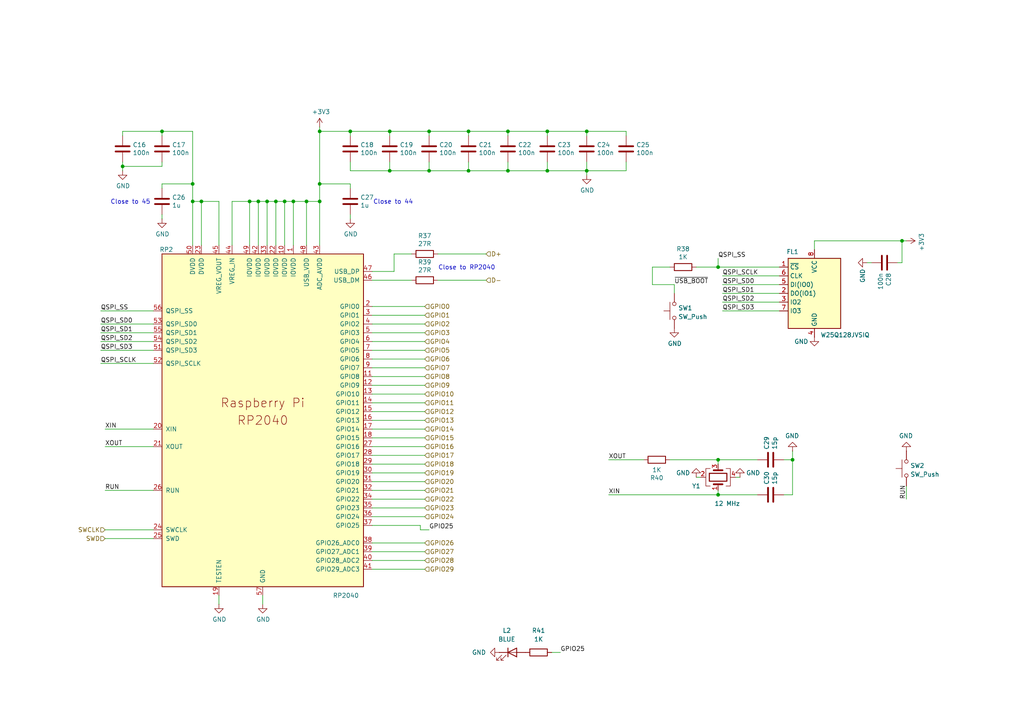
<source format=kicad_sch>
(kicad_sch (version 20250114) (generator "eeschema") (generator_version "9.0")
  (paper "A4")
  (title_block (title "MiniFRANK") (date "2025-01-14") (rev "2.0") (company "Mikhail Matveev") (comment 1 "https://github.com/xtremespb/frank"))
  (lib_symbols
    (symbol "+3V3_1" (power) (pin_numbers (hide yes)) (pin_names (offset 0) (hide yes))
      (property "Value" "+3V3" (at 0 3.556 0))
      (symbol "+3V3_1_0_1"
        (polyline (pts (xy -0.762 1.27) (xy 0 2.54)))
        (polyline (pts (xy 0 2.54) (xy 0.762 1.27)))
        (polyline (pts (xy 0 0) (xy 0 2.54)))
      )
      (symbol "+3V3_1_1_1"
        (pin power_in line (at 0 0 90) (length 0) (name "~") (number "1"))
      )
    )
    (symbol "Device:C" (pin_numbers (hide yes)) (pin_names (offset 0.254))
      (property "Reference" "C" (at 0.635 2.54 0))
      (property "Value" "C" (at 0.635 -2.54 0))
      (symbol "C_0_1"
        (polyline (pts (xy -2.032 0.762) (xy 2.032 0.762)) (stroke (width 0.508)))
        (polyline (pts (xy -2.032 -0.762) (xy 2.032 -0.762)) (stroke (width 0.508)))
      )
      (symbol "C_1_1"
        (pin passive line (at 0 3.81 270) (length 2.794) (name "~") (number "1"))
        (pin passive line (at 0 -3.81 90) (length 2.794) (name "~") (number "2"))
      )
    )
    (symbol "Device:Crystal_GND24" (pin_names (offset 1.016) (hide yes))
      (property "Reference" "Y" (at 3.175 5.08 0))
      (property "Value" "Crystal_GND24" (at 3.175 3.175 0))
      (symbol "Crystal_GND24_0_1"
        (polyline (pts (xy -2.54 2.286) (xy -2.54 3.556) (xy 2.54 3.556) (xy 2.54 2.286)))
        (polyline (pts (xy -2.54 0) (xy -2.032 0)))
        (polyline (pts (xy -2.54 -2.286) (xy -2.54 -3.556) (xy 2.54 -3.556) (xy 2.54 -2.286)))
        (polyline (pts (xy -2.032 -1.27) (xy -2.032 1.27)) (stroke (width 0.508)))
        (rectangle (start -1.143 2.54) (end 1.143 -2.54) (stroke (width 0.3048)))
        (polyline (pts (xy 0 3.556) (xy 0 3.81)))
        (polyline (pts (xy 0 -3.81) (xy 0 -3.556)))
        (polyline (pts (xy 2.032 0) (xy 2.54 0)))
        (polyline (pts (xy 2.032 -1.27) (xy 2.032 1.27)) (stroke (width 0.508)))
      )
      (symbol "Crystal_GND24_1_1"
        (pin passive line (at -3.81 0 0) (length 1.27) (name "1") (number "1"))
        (pin passive line (at 0 5.08 270) (length 1.27) (name "2") (number "2"))
        (pin passive line (at 0 -5.08 90) (length 1.27) (name "4") (number "4"))
        (pin passive line (at 3.81 0 180) (length 1.27) (name "3") (number "3"))
      )
    )
    (symbol "Device:LED" (pin_numbers (hide yes)) (pin_names (offset 1.016) (hide yes))
      (property "Reference" "D" (at 0 2.54 0))
      (property "Value" "LED" (at 0 -2.54 0))
      (symbol "LED_0_1"
        (polyline (pts (xy -3.048 -0.762) (xy -4.572 -2.286) (xy -3.81 -2.286) (xy -4.572 -2.286) (xy -4.572 -1.524)))
        (polyline (pts (xy -1.778 -0.762) (xy -3.302 -2.286) (xy -2.54 -2.286) (xy -3.302 -2.286) (xy -3.302 -1.524)))
        (polyline (pts (xy -1.27 0) (xy 1.27 0)))
        (polyline (pts (xy -1.27 -1.27) (xy -1.27 1.27)) (stroke (width 0.254)))
        (polyline (pts (xy 1.27 -1.27) (xy 1.27 1.27) (xy -1.27 0) (xy 1.27 -1.27)) (stroke (width 0.254)))
      )
      (symbol "LED_1_1"
        (pin passive line (at -3.81 0 0) (length 2.54) (name "K") (number "1"))
        (pin passive line (at 3.81 0 180) (length 2.54) (name "A") (number "2"))
      )
    )
    (symbol "Device:R" (pin_numbers (hide yes)) (pin_names (offset 0))
      (property "Reference" "R" (at 2.032 0 90))
      (property "Value" "R" (at 0 0 90))
      (symbol "R_0_1"
        (rectangle (start -1.016 -2.54) (end 1.016 2.54) (stroke (width 0.254)))
      )
      (symbol "R_1_1"
        (pin passive line (at 0 3.81 270) (length 1.27) (name "~") (number "1"))
        (pin passive line (at 0 -3.81 90) (length 1.27) (name "~") (number "2"))
      )
    )
    (symbol "FRANK:Flash_W25Q128JVS"
      (property "Reference" "FL1" (at -6.35 12.065 0))
      (property "Value" "W25Q128JVSIQ" (at 8.89 -12.065 0))
      (symbol "Flash_W25Q128JVS_0_1"
        (rectangle (start -7.62 10.16) (end 7.62 -10.16) (stroke (width 0.254)) (fill (type background)))
      )
      (symbol "Flash_W25Q128JVS_1_1"
        (pin input line (at -10.16 7.62 0) (length 2.54) (name "~{CS}") (number "1"))
        (pin input line (at -10.16 5.08 0) (length 2.54) (name "CLK") (number "6"))
        (pin bidirectional line (at -10.16 2.54 0) (length 2.54) (name "DI(IO0)") (number "5"))
        (pin bidirectional line (at -10.16 0 0) (length 2.54) (name "DO(IO1)") (number "2"))
        (pin bidirectional line (at -10.16 -2.54 0) (length 2.54) (name "IO2") (number "3"))
        (pin bidirectional line (at -10.16 -5.08 0) (length 2.54) (name "IO3") (number "7"))
        (pin power_in line (at 0 12.7 270) (length 2.54) (name "VCC") (number "8"))
        (pin power_in line (at 0 -12.7 90) (length 2.54) (name "GND") (number "4"))
      )
    )
    (symbol "FRANK:RP2040" (pin_names (offset 1.016))
      (property "Reference" "RP1" (at -27.94 49.53 0))
      (property "Value" "RP2040" (at 24.13 -50.8 0))
      (symbol "RP2040_0_0"
        (text "Raspberry Pi" (at 0 5.08 0) (effects (font (size 2.54 2.54))))
        (text "RP2040" (at 0 0 0) (effects (font (size 2.54 2.54))))
      )
      (symbol "RP2040_0_1"
        (rectangle (start 29.21 48.26) (end -29.21 -48.26) (stroke (width 0.254)) (fill (type background)))
      )
      (symbol "RP2040_1_1"
        (pin bidirectional line (at -31.75 31.75 0) (length 2.54) (name "QSPI_SS") (number "56"))
        (pin bidirectional line (at -31.75 27.94 0) (length 2.54) (name "QSPI_SD0") (number "53"))
        (pin bidirectional line (at -31.75 25.4 0) (length 2.54) (name "QSPI_SD1") (number "55"))
        (pin bidirectional line (at -31.75 22.86 0) (length 2.54) (name "QSPI_SD2") (number "54"))
        (pin bidirectional line (at -31.75 20.32 0) (length 2.54) (name "QSPI_SD3") (number "51"))
        (pin output line (at -31.75 16.51 0) (length 2.54) (name "QSPI_SCLK") (number "52"))
        (pin input line (at -31.75 -2.54 0) (length 2.54) (name "XIN") (number "20"))
        (pin passive line (at -31.75 -7.62 0) (length 2.54) (name "XOUT") (number "21"))
        (pin input line (at -31.75 -20.32 0) (length 2.54) (name "RUN") (number "26"))
        (pin output line (at -31.75 -31.75 0) (length 2.54) (name "SWCLK") (number "24"))
        (pin bidirectional line (at -31.75 -34.29 0) (length 2.54) (name "SWD") (number "25"))
        (pin power_in line (at -20.32 50.8 270) (length 2.54) (name "DVDD") (number "50"))
        (pin power_in line (at -17.78 50.8 270) (length 2.54) (name "DVDD") (number "23"))
        (pin power_out line (at -12.7 50.8 270) (length 2.54) (name "VREG_VOUT") (number "45"))
        (pin passive line (at -12.7 -50.8 90) (length 2.54) (name "TESTEN") (number "19"))
        (pin power_in line (at -8.89 50.8 270) (length 2.54) (name "VREG_IN") (number "44"))
        (pin power_in line (at -3.81 50.8 270) (length 2.54) (name "IOVDD") (number "49"))
        (pin power_in line (at -1.27 50.8 270) (length 2.54) (name "IOVDD") (number "42"))
        (pin power_in line (at 0 -50.8 90) (length 2.54) (name "GND") (number "57"))
        (pin power_in line (at 1.27 50.8 270) (length 2.54) (name "IOVDD") (number "33"))
        (pin power_in line (at 3.81 50.8 270) (length 2.54) (name "IOVDD") (number "22"))
        (pin power_in line (at 6.35 50.8 270) (length 2.54) (name "IOVDD") (number "10"))
        (pin power_in line (at 8.89 50.8 270) (length 2.54) (name "IOVDD") (number "1"))
        (pin power_in line (at 12.7 50.8 270) (length 2.54) (name "USB_VDD") (number "48"))
        (pin power_in line (at 16.51 50.8 270) (length 2.54) (name "ADC_AVDD") (number "43"))
        (pin bidirectional line (at 31.75 43.18 180) (length 2.54) (name "USB_DP") (number "47"))
        (pin bidirectional line (at 31.75 40.64 180) (length 2.54) (name "USB_DM") (number "46"))
        (pin bidirectional line (at 31.75 33.02 180) (length 2.54) (name "GPIO0") (number "2"))
        (pin bidirectional line (at 31.75 30.48 180) (length 2.54) (name "GPIO1") (number "3"))
        (pin bidirectional line (at 31.75 27.94 180) (length 2.54) (name "GPIO2") (number "4"))
        (pin bidirectional line (at 31.75 25.4 180) (length 2.54) (name "GPIO3") (number "5"))
        (pin bidirectional line (at 31.75 22.86 180) (length 2.54) (name "GPIO4") (number "6"))
        (pin bidirectional line (at 31.75 20.32 180) (length 2.54) (name "GPIO5") (number "7"))
        (pin bidirectional line (at 31.75 17.78 180) (length 2.54) (name "GPIO6") (number "8"))
        (pin bidirectional line (at 31.75 15.24 180) (length 2.54) (name "GPIO7") (number "9"))
        (pin bidirectional line (at 31.75 12.7 180) (length 2.54) (name "GPIO8") (number "11"))
        (pin bidirectional line (at 31.75 10.16 180) (length 2.54) (name "GPIO9") (number "12"))
        (pin bidirectional line (at 31.75 7.62 180) (length 2.54) (name "GPIO10") (number "13"))
        (pin bidirectional line (at 31.75 5.08 180) (length 2.54) (name "GPIO11") (number "14"))
        (pin bidirectional line (at 31.75 2.54 180) (length 2.54) (name "GPIO12") (number "15"))
        (pin bidirectional line (at 31.75 0 180) (length 2.54) (name "GPIO13") (number "16"))
        (pin bidirectional line (at 31.75 -2.54 180) (length 2.54) (name "GPIO14") (number "17"))
        (pin bidirectional line (at 31.75 -5.08 180) (length 2.54) (name "GPIO15") (number "18"))
        (pin bidirectional line (at 31.75 -7.62 180) (length 2.54) (name "GPIO16") (number "27"))
        (pin bidirectional line (at 31.75 -10.16 180) (length 2.54) (name "GPIO17") (number "28"))
        (pin bidirectional line (at 31.75 -12.7 180) (length 2.54) (name "GPIO18") (number "29"))
        (pin bidirectional line (at 31.75 -15.24 180) (length 2.54) (name "GPIO19") (number "30"))
        (pin bidirectional line (at 31.75 -17.78 180) (length 2.54) (name "GPIO20") (number "31"))
        (pin bidirectional line (at 31.75 -20.32 180) (length 2.54) (name "GPIO21") (number "32"))
        (pin bidirectional line (at 31.75 -22.86 180) (length 2.54) (name "GPIO22") (number "34"))
        (pin bidirectional line (at 31.75 -25.4 180) (length 2.54) (name "GPIO23") (number "35"))
        (pin bidirectional line (at 31.75 -27.94 180) (length 2.54) (name "GPIO24") (number "36"))
        (pin bidirectional line (at 31.75 -30.48 180) (length 2.54) (name "GPIO25") (number "37"))
        (pin bidirectional line (at 31.75 -35.56 180) (length 2.54) (name "GPIO26_ADC0") (number "38"))
        (pin bidirectional line (at 31.75 -38.1 180) (length 2.54) (name "GPIO27_ADC1") (number "39"))
        (pin bidirectional line (at 31.75 -40.64 180) (length 2.54) (name "GPIO28_ADC2") (number "40"))
        (pin bidirectional line (at 31.75 -43.18 180) (length 2.54) (name "GPIO29_ADC3") (number "41"))
      )
    )
    (symbol "GND_10" (power) (pin_numbers (hide yes)) (pin_names (offset 0) (hide yes))
      (property "Value" "GND" (at 0 -3.81 0))
      (symbol "GND_10_0_1"
        (polyline (pts (xy 0 0) (xy 0 -1.27) (xy 1.27 -1.27) (xy 0 -2.54) (xy -1.27 -1.27) (xy 0 -1.27)))
      )
      (symbol "GND_10_1_1"
        (pin power_in line (at 0 0 270) (length 0) (name "~") (number "1"))
      )
    )
    (symbol "GND_11" (power) (pin_numbers (hide yes)) (pin_names (offset 0) (hide yes))
      (property "Value" "GND" (at 0 -3.81 0))
      (symbol "GND_11_0_1"
        (polyline (pts (xy 0 0) (xy 0 -1.27) (xy 1.27 -1.27) (xy 0 -2.54) (xy -1.27 -1.27) (xy 0 -1.27)))
      )
      (symbol "GND_11_1_1"
        (pin power_in line (at 0 0 270) (length 0) (name "~") (number "1"))
      )
    )
    (symbol "GND_12" (power) (pin_numbers (hide yes)) (pin_names (offset 0) (hide yes))
      (property "Value" "GND" (at 0 -3.81 0))
      (symbol "GND_12_0_1"
        (polyline (pts (xy 0 0) (xy 0 -1.27) (xy 1.27 -1.27) (xy 0 -2.54) (xy -1.27 -1.27) (xy 0 -1.27)))
      )
      (symbol "GND_12_1_1"
        (pin power_in line (at 0 0 270) (length 0) (name "~") (number "1"))
      )
    )
    (symbol "GND_2" (power) (pin_numbers (hide yes)) (pin_names (offset 0) (hide yes))
      (property "Value" "GND" (at 0 -3.81 0))
      (symbol "GND_2_0_1"
        (polyline (pts (xy 0 0) (xy 0 -1.27) (xy 1.27 -1.27) (xy 0 -2.54) (xy -1.27 -1.27) (xy 0 -1.27)))
      )
      (symbol "GND_2_1_1"
        (pin power_in line (at 0 0 270) (length 0) (name "~") (number "1"))
      )
    )
    (symbol "GND_3" (power) (pin_numbers (hide yes)) (pin_names (offset 0) (hide yes))
      (property "Value" "GND" (at 0 -3.81 0))
      (symbol "GND_3_0_1"
        (polyline (pts (xy 0 0) (xy 0 -1.27) (xy 1.27 -1.27) (xy 0 -2.54) (xy -1.27 -1.27) (xy 0 -1.27)))
      )
      (symbol "GND_3_1_1"
        (pin power_in line (at 0 0 270) (length 0) (name "~") (number "1"))
      )
    )
    (symbol "GND_4" (power) (pin_numbers (hide yes)) (pin_names (offset 0) (hide yes))
      (property "Value" "GND" (at 0 -3.81 0))
      (symbol "GND_4_0_1"
        (polyline (pts (xy 0 0) (xy 0 -1.27) (xy 1.27 -1.27) (xy 0 -2.54) (xy -1.27 -1.27) (xy 0 -1.27)))
      )
      (symbol "GND_4_1_1"
        (pin power_in line (at 0 0 270) (length 0) (name "~") (number "1"))
      )
    )
    (symbol "GND_5" (power) (pin_numbers (hide yes)) (pin_names (offset 0) (hide yes))
      (property "Value" "GND" (at 0 -3.81 0))
      (symbol "GND_5_0_1"
        (polyline (pts (xy 0 0) (xy 0 -1.27) (xy 1.27 -1.27) (xy 0 -2.54) (xy -1.27 -1.27) (xy 0 -1.27)))
      )
      (symbol "GND_5_1_1"
        (pin power_in line (at 0 0 270) (length 0) (name "~") (number "1"))
      )
    )
    (symbol "GND_6" (power) (pin_numbers (hide yes)) (pin_names (offset 0) (hide yes))
      (property "Value" "GND" (at 0 -3.81 0))
      (symbol "GND_6_0_1"
        (polyline (pts (xy 0 0) (xy 0 -1.27) (xy 1.27 -1.27) (xy 0 -2.54) (xy -1.27 -1.27) (xy 0 -1.27)))
      )
      (symbol "GND_6_1_1"
        (pin power_in line (at 0 0 270) (length 0) (name "~") (number "1"))
      )
    )
    (symbol "GND_7" (power) (pin_numbers (hide yes)) (pin_names (offset 0) (hide yes))
      (property "Value" "GND" (at 0 -3.81 0))
      (symbol "GND_7_0_1"
        (polyline (pts (xy 0 0) (xy 0 -1.27) (xy 1.27 -1.27) (xy 0 -2.54) (xy -1.27 -1.27) (xy 0 -1.27)))
      )
      (symbol "GND_7_1_1"
        (pin power_in line (at 0 0 270) (length 0) (name "~") (number "1"))
      )
    )
    (symbol "GND_8" (power) (pin_numbers (hide yes)) (pin_names (offset 0) (hide yes))
      (property "Value" "GND" (at 0 -3.81 0))
      (symbol "GND_8_0_1"
        (polyline (pts (xy 0 0) (xy 0 -1.27) (xy 1.27 -1.27) (xy 0 -2.54) (xy -1.27 -1.27) (xy 0 -1.27)))
      )
      (symbol "GND_8_1_1"
        (pin power_in line (at 0 0 270) (length 0) (name "~") (number "1"))
      )
    )
    (symbol "GND_9" (power) (pin_numbers (hide yes)) (pin_names (offset 0) (hide yes))
      (property "Value" "GND" (at 0 -3.81 0))
      (symbol "GND_9_0_1"
        (polyline (pts (xy 0 0) (xy 0 -1.27) (xy 1.27 -1.27) (xy 0 -2.54) (xy -1.27 -1.27) (xy 0 -1.27)))
      )
      (symbol "GND_9_1_1"
        (pin power_in line (at 0 0 270) (length 0) (name "~") (number "1"))
      )
    )
    (symbol "Switch:SW_Push" (pin_numbers (hide yes)) (pin_names (offset 1.016) (hide yes))
      (property "Reference" "SW" (at 1.27 2.54 0))
      (property "Value" "SW_Push" (at 0 -1.524 0))
      (symbol "SW_Push_0_1"
        (circle (center -2.032 0) (radius 0.508))
        (polyline (pts (xy 0 1.27) (xy 0 3.048)))
        (circle (center 2.032 0) (radius 0.508))
        (polyline (pts (xy 2.54 1.27) (xy -2.54 1.27)))
        (pin passive line (at -5.08 0 0) (length 2.54) (name "1") (number "1"))
        (pin passive line (at 5.08 0 180) (length 2.54) (name "2") (number "2"))
      )
    )
    (symbol "power:+3V3" (power) (pin_numbers (hide yes)) (pin_names (offset 0) (hide yes))
      (property "Value" "+3V3" (at 0 3.556 0))
      (symbol "+3V3_0_1"
        (polyline (pts (xy -0.762 1.27) (xy 0 2.54)))
        (polyline (pts (xy 0 2.54) (xy 0.762 1.27)))
        (polyline (pts (xy 0 0) (xy 0 2.54)))
      )
      (symbol "+3V3_1_1"
        (pin power_in line (at 0 0 90) (length 0) (name "~") (number "1"))
      )
    )
    (symbol "power:GND" (power) (pin_numbers (hide yes)) (pin_names (offset 0) (hide yes))
      (property "Value" "GND" (at 0 -3.81 0))
      (symbol "GND_0_1"
        (polyline (pts (xy 0 0) (xy 0 -1.27) (xy 1.27 -1.27) (xy 0 -2.54) (xy -1.27 -1.27) (xy 0 -1.27)))
      )
      (symbol "GND_1_1"
        (pin power_in line (at 0 0 270) (length 0) (name "~") (number "1"))
      )
    )
  )
  (text "Close to 44" (at 114.046 58.674 0) (effects (font (size 1.27 1.27))))
  (text "Close to RP2040" (at 135.382 77.724 0) (effects (font (size 1.27 1.27))))
  (text "Close to 45" (at 37.846 58.674 0) (effects (font (size 1.27 1.27))))
  (junction (at 58.42 58.42))
  (junction (at 229.87 133.35))
  (junction (at 113.03 49.53))
  (junction (at 88.9 58.42))
  (junction (at 101.6 38.1))
  (junction (at 158.75 49.53))
  (junction (at 72.39 58.42))
  (junction (at 170.18 38.1))
  (junction (at 82.55 58.42))
  (junction (at 92.71 53.34))
  (junction (at 170.18 49.53))
  (junction (at 35.56 48.26))
  (junction (at 147.32 49.53))
  (junction (at 80.01 58.42))
  (junction (at 135.89 38.1))
  (junction (at 55.88 53.34))
  (junction (at 113.03 38.1))
  (junction (at 46.99 38.1))
  (junction (at 208.28 77.47))
  (junction (at 135.89 49.53))
  (junction (at 92.71 38.1))
  (junction (at 85.09 58.42))
  (junction (at 74.93 58.42))
  (junction (at 208.28 133.35))
  (junction (at 158.75 38.1))
  (junction (at 124.46 38.1))
  (junction (at 92.71 58.42))
  (junction (at 55.88 58.42))
  (junction (at 77.47 58.42))
  (junction (at 261.62 69.85))
  (junction (at 208.28 143.51))
  (junction (at 124.46 49.53))
  (junction (at 147.32 38.1))
  (wire (pts (xy 58.42 58.42) (xy 55.88 58.42)))
  (wire (pts (xy 226.06 82.55) (xy 209.55 82.55)))
  (wire (pts (xy 127 73.66) (xy 140.97 73.66)))
  (wire (pts (xy 107.95 104.14) (xy 123.19 104.14)))
  (wire (pts (xy 29.21 99.06) (xy 44.45 99.06)))
  (wire (pts (xy 121.92 152.4) (xy 107.95 152.4)))
  (wire (pts (xy 46.99 48.26) (xy 46.99 46.99)))
  (wire (pts (xy 170.18 46.99) (xy 170.18 49.53)))
  (wire (pts (xy 189.23 82.55) (xy 189.23 77.47)))
  (wire (pts (xy 114.3 73.66) (xy 114.3 78.74)))
  (wire (pts (xy 82.55 58.42) (xy 85.09 58.42)))
  (wire (pts (xy 158.75 39.37) (xy 158.75 38.1)))
  (wire (pts (xy 92.71 38.1) (xy 101.6 38.1)))
  (wire (pts (xy 101.6 46.99) (xy 101.6 49.53)))
  (wire (pts (xy 101.6 39.37) (xy 101.6 38.1)))
  (wire (pts (xy 67.31 58.42) (xy 72.39 58.42)))
  (wire (pts (xy 229.87 143.51) (xy 229.87 133.35)))
  (wire (pts (xy 252.73 76.2) (xy 251.46 76.2)))
  (wire (pts (xy 181.61 39.37) (xy 181.61 38.1)))
  (wire (pts (xy 107.95 142.24) (xy 123.19 142.24)))
  (wire (pts (xy 262.89 140.97) (xy 262.89 144.78)))
  (wire (pts (xy 107.95 160.02) (xy 123.19 160.02)))
  (wire (pts (xy 113.03 39.37) (xy 113.03 38.1)))
  (wire (pts (xy 260.35 76.2) (xy 261.62 76.2)))
  (wire (pts (xy 101.6 62.23) (xy 101.6 63.5)))
  (wire (pts (xy 80.01 58.42) (xy 82.55 58.42)))
  (wire (pts (xy 219.71 143.51) (xy 208.28 143.51)))
  (wire (pts (xy 92.71 58.42) (xy 92.71 71.12)))
  (wire (pts (xy 63.5 71.12) (xy 63.5 58.42)))
  (wire (pts (xy 107.95 165.1) (xy 123.19 165.1)))
  (wire (pts (xy 195.58 85.09) (xy 195.58 82.55)))
  (wire (pts (xy 113.03 46.99) (xy 113.03 49.53)))
  (wire (pts (xy 236.22 69.85) (xy 261.62 69.85)))
  (wire (pts (xy 46.99 39.37) (xy 46.99 38.1)))
  (wire (pts (xy 208.28 77.47) (xy 226.06 77.47)))
  (wire (pts (xy 107.95 127) (xy 123.19 127)))
  (wire (pts (xy 189.23 77.47) (xy 194.31 77.47)))
  (wire (pts (xy 107.95 96.52) (xy 123.19 96.52)))
  (wire (pts (xy 181.61 46.99) (xy 181.61 49.53)))
  (wire (pts (xy 227.33 143.51) (xy 229.87 143.51)))
  (wire (pts (xy 46.99 62.23) (xy 46.99 63.5)))
  (wire (pts (xy 107.95 101.6) (xy 123.19 101.6)))
  (wire (pts (xy 46.99 54.61) (xy 46.99 53.34)))
  (wire (pts (xy 92.71 53.34) (xy 92.71 58.42)))
  (wire (pts (xy 29.21 105.41) (xy 44.45 105.41)))
  (wire (pts (xy 92.71 38.1) (xy 92.71 53.34)))
  (wire (pts (xy 127 81.28) (xy 140.97 81.28)))
  (wire (pts (xy 101.6 54.61) (xy 101.6 53.34)))
  (wire (pts (xy 88.9 71.12) (xy 88.9 58.42)))
  (wire (pts (xy 158.75 46.99) (xy 158.75 49.53)))
  (wire (pts (xy 55.88 53.34) (xy 55.88 58.42)))
  (wire (pts (xy 44.45 153.67) (xy 30.48 153.67)))
  (wire (pts (xy 107.95 124.46) (xy 123.19 124.46)))
  (wire (pts (xy 219.71 133.35) (xy 208.28 133.35)))
  (wire (pts (xy 107.95 139.7) (xy 123.19 139.7)))
  (wire (pts (xy 147.32 49.53) (xy 135.89 49.53)))
  (wire (pts (xy 72.39 58.42) (xy 74.93 58.42)))
  (wire (pts (xy 226.06 90.17) (xy 209.55 90.17)))
  (wire (pts (xy 101.6 38.1) (xy 113.03 38.1)))
  (wire (pts (xy 214.63 138.43) (xy 213.36 138.43)))
  (wire (pts (xy 209.55 80.01) (xy 226.06 80.01)))
  (wire (pts (xy 107.95 162.56) (xy 123.19 162.56)))
  (wire (pts (xy 67.31 71.12) (xy 67.31 58.42)))
  (wire (pts (xy 88.9 58.42) (xy 92.71 58.42)))
  (wire (pts (xy 46.99 53.34) (xy 55.88 53.34)))
  (wire (pts (xy 201.93 77.47) (xy 208.28 77.47)))
  (wire (pts (xy 35.56 46.99) (xy 35.56 48.26)))
  (wire (pts (xy 135.89 38.1) (xy 147.32 38.1)))
  (wire (pts (xy 107.95 99.06) (xy 123.19 99.06)))
  (wire (pts (xy 107.95 114.3) (xy 123.19 114.3)))
  (wire (pts (xy 147.32 38.1) (xy 158.75 38.1)))
  (wire (pts (xy 208.28 134.62) (xy 208.28 133.35)))
  (wire (pts (xy 55.88 38.1) (xy 55.88 53.34)))
  (wire (pts (xy 226.06 85.09) (xy 209.55 85.09)))
  (wire (pts (xy 236.22 72.39) (xy 236.22 69.85)))
  (wire (pts (xy 170.18 38.1) (xy 181.61 38.1)))
  (wire (pts (xy 227.33 133.35) (xy 229.87 133.35)))
  (wire (pts (xy 208.28 142.24) (xy 208.28 143.51)))
  (wire (pts (xy 114.3 73.66) (xy 119.38 73.66)))
  (wire (pts (xy 107.95 147.32) (xy 123.19 147.32)))
  (wire (pts (xy 107.95 129.54) (xy 123.19 129.54)))
  (wire (pts (xy 80.01 71.12) (xy 80.01 58.42)))
  (wire (pts (xy 147.32 46.99) (xy 147.32 49.53)))
  (wire (pts (xy 72.39 71.12) (xy 72.39 58.42)))
  (wire (pts (xy 107.95 106.68) (xy 123.19 106.68)))
  (wire (pts (xy 208.28 143.51) (xy 176.53 143.51)))
  (wire (pts (xy 158.75 38.1) (xy 170.18 38.1)))
  (wire (pts (xy 113.03 38.1) (xy 124.46 38.1)))
  (wire (pts (xy 63.5 172.72) (xy 63.5 175.26)))
  (wire (pts (xy 29.21 96.52) (xy 44.45 96.52)))
  (wire (pts (xy 107.95 132.08) (xy 123.19 132.08)))
  (wire (pts (xy 160.02 189.23) (xy 162.56 189.23)))
  (wire (pts (xy 186.69 133.35) (xy 176.53 133.35)))
  (wire (pts (xy 107.95 116.84) (xy 123.19 116.84)))
  (wire (pts (xy 107.95 78.74) (xy 114.3 78.74)))
  (wire (pts (xy 124.46 46.99) (xy 124.46 49.53)))
  (wire (pts (xy 262.89 69.85) (xy 261.62 69.85)))
  (wire (pts (xy 147.32 39.37) (xy 147.32 38.1)))
  (wire (pts (xy 208.28 133.35) (xy 194.31 133.35)))
  (wire (pts (xy 107.95 81.28) (xy 119.38 81.28)))
  (wire (pts (xy 35.56 48.26) (xy 46.99 48.26)))
  (wire (pts (xy 124.46 39.37) (xy 124.46 38.1)))
  (wire (pts (xy 29.21 90.17) (xy 44.45 90.17)))
  (wire (pts (xy 107.95 91.44) (xy 123.19 91.44)))
  (wire (pts (xy 158.75 49.53) (xy 147.32 49.53)))
  (wire (pts (xy 92.71 53.34) (xy 101.6 53.34)))
  (wire (pts (xy 229.87 133.35) (xy 229.87 130.81)))
  (wire (pts (xy 170.18 49.53) (xy 181.61 49.53)))
  (wire (pts (xy 55.88 58.42) (xy 55.88 71.12)))
  (wire (pts (xy 195.58 82.55) (xy 189.23 82.55)))
  (wire (pts (xy 44.45 142.24) (xy 30.48 142.24)))
  (wire (pts (xy 44.45 156.21) (xy 30.48 156.21)))
  (wire (pts (xy 170.18 39.37) (xy 170.18 38.1)))
  (wire (pts (xy 85.09 58.42) (xy 88.9 58.42)))
  (wire (pts (xy 121.92 153.67) (xy 124.46 153.67)))
  (wire (pts (xy 107.95 119.38) (xy 123.19 119.38)))
  (wire (pts (xy 135.89 46.99) (xy 135.89 49.53)))
  (wire (pts (xy 113.03 49.53) (xy 101.6 49.53)))
  (wire (pts (xy 63.5 58.42) (xy 58.42 58.42)))
  (wire (pts (xy 135.89 39.37) (xy 135.89 38.1)))
  (wire (pts (xy 226.06 87.63) (xy 209.55 87.63)))
  (wire (pts (xy 30.48 124.46) (xy 44.45 124.46)))
  (wire (pts (xy 124.46 38.1) (xy 135.89 38.1)))
  (wire (pts (xy 107.95 93.98) (xy 123.19 93.98)))
  (wire (pts (xy 135.89 49.53) (xy 124.46 49.53)))
  (wire (pts (xy 92.71 36.83) (xy 92.71 38.1)))
  (wire (pts (xy 121.92 153.67) (xy 121.92 152.4)))
  (wire (pts (xy 203.2 138.43) (xy 201.93 138.43)))
  (wire (pts (xy 107.95 121.92) (xy 123.19 121.92)))
  (wire (pts (xy 208.28 74.93) (xy 208.28 77.47)))
  (wire (pts (xy 124.46 49.53) (xy 113.03 49.53)))
  (wire (pts (xy 77.47 58.42) (xy 80.01 58.42)))
  (wire (pts (xy 46.99 38.1) (xy 55.88 38.1)))
  (wire (pts (xy 107.95 111.76) (xy 123.19 111.76)))
  (wire (pts (xy 85.09 58.42) (xy 85.09 71.12)))
  (wire (pts (xy 107.95 137.16) (xy 123.19 137.16)))
  (wire (pts (xy 29.21 93.98) (xy 44.45 93.98)))
  (wire (pts (xy 35.56 38.1) (xy 46.99 38.1)))
  (wire (pts (xy 35.56 39.37) (xy 35.56 38.1)))
  (wire (pts (xy 35.56 48.26) (xy 35.56 49.53)))
  (wire (pts (xy 158.75 49.53) (xy 170.18 49.53)))
  (wire (pts (xy 74.93 71.12) (xy 74.93 58.42)))
  (wire (pts (xy 30.48 129.54) (xy 44.45 129.54)))
  (wire (pts (xy 76.2 172.72) (xy 76.2 175.26)))
  (wire (pts (xy 74.93 58.42) (xy 77.47 58.42)))
  (wire (pts (xy 170.18 49.53) (xy 170.18 50.8)))
  (wire (pts (xy 107.95 134.62) (xy 123.19 134.62)))
  (wire (pts (xy 107.95 109.22) (xy 123.19 109.22)))
  (wire (pts (xy 77.47 71.12) (xy 77.47 58.42)))
  (wire (pts (xy 58.42 71.12) (xy 58.42 58.42)))
  (wire (pts (xy 107.95 157.48) (xy 123.19 157.48)))
  (wire (pts (xy 107.95 149.86) (xy 123.19 149.86)))
  (wire (pts (xy 261.62 76.2) (xy 261.62 69.85)))
  (wire (pts (xy 29.21 101.6) (xy 44.45 101.6)))
  (wire (pts (xy 107.95 88.9) (xy 123.19 88.9)))
  (wire (pts (xy 82.55 71.12) (xy 82.55 58.42)))
  (wire (pts (xy 107.95 144.78) (xy 123.19 144.78)))
  (label "QSPI_SD2" (at 209.55 87.63 0))
  (label "QSPI_SCLK" (at 29.21 105.41 0))
  (label "RUN" (at 30.48 142.24 0))
  (label "QSPI_SD0" (at 29.21 93.98 0))
  (label "QSPI_SS" (at 208.28 74.93 0))
  (label "XIN" (at 30.48 124.46 0))
  (label "QSPI_SCLK" (at 209.55 80.01 0))
  (label "QSPI_SD1" (at 29.21 96.52 0))
  (label "RUN" (at 262.89 144.78 90))
  (label "QSPI_SD3" (at 29.21 101.6 0))
  (label "GPIO25" (at 162.56 189.23 0))
  (label "XIN" (at 176.53 143.51 0))
  (label "GPIO25" (at 124.46 153.67 0))
  (label "~{USB_BOOT}" (at 195.58 82.55 0))
  (label "QSPI_SD0" (at 209.55 82.55 0))
  (label "XOUT" (at 176.53 133.35 0))
  (label "XOUT" (at 30.48 129.54 0))
  (label "QSPI_SD1" (at 209.55 85.09 0))
  (label "QSPI_SD3" (at 209.55 90.17 0))
  (label "QSPI_SD2" (at 29.21 99.06 0))
  (label "QSPI_SS" (at 29.21 90.17 0))
  (hierarchical_label "GPIO18" (shape input) (at 123.19 134.62 0))
  (hierarchical_label "GPIO29" (shape input) (at 123.19 165.1 0))
  (hierarchical_label "GPIO3" (shape input) (at 123.19 96.52 0))
  (hierarchical_label "GPIO15" (shape input) (at 123.19 127 0))
  (hierarchical_label "GPIO21" (shape input) (at 123.19 142.24 0))
  (hierarchical_label "GPIO16" (shape input) (at 123.19 129.54 0))
  (hierarchical_label "GPIO1" (shape input) (at 123.19 91.44 0))
  (hierarchical_label "D-" (shape input) (at 140.97 81.28 0))
  (hierarchical_label "GPIO11" (shape input) (at 123.19 116.84 0))
  (hierarchical_label "GPIO27" (shape input) (at 123.19 160.02 0))
  (hierarchical_label "D+" (shape input) (at 140.97 73.66 0))
  (hierarchical_label "GPIO20" (shape input) (at 123.19 139.7 0))
  (hierarchical_label "GPIO14" (shape input) (at 123.19 124.46 0))
  (hierarchical_label "GPIO8" (shape input) (at 123.19 109.22 0))
  (hierarchical_label "GPIO26" (shape input) (at 123.19 157.48 0))
  (hierarchical_label "GPIO22" (shape input) (at 123.19 144.78 0))
  (hierarchical_label "GPIO4" (shape input) (at 123.19 99.06 0))
  (hierarchical_label "GPIO7" (shape input) (at 123.19 106.68 0))
  (hierarchical_label "GPIO10" (shape input) (at 123.19 114.3 0))
  (hierarchical_label "SWD" (shape input) (at 30.48 156.21 180))
  (hierarchical_label "GPIO28" (shape input) (at 123.19 162.56 0))
  (hierarchical_label "GPIO23" (shape input) (at 123.19 147.32 0))
  (hierarchical_label "GPIO0" (shape input) (at 123.19 88.9 0))
  (hierarchical_label "GPIO5" (shape input) (at 123.19 101.6 0))
  (hierarchical_label "SWCLK" (shape input) (at 30.48 153.67 180))
  (hierarchical_label "GPIO13" (shape input) (at 123.19 121.92 0))
  (hierarchical_label "GPIO6" (shape input) (at 123.19 104.14 0))
  (hierarchical_label "GPIO2" (shape input) (at 123.19 93.98 0))
  (hierarchical_label "GPIO17" (shape input) (at 123.19 132.08 0))
  (hierarchical_label "GPIO12" (shape input) (at 123.19 119.38 0))
  (hierarchical_label "GPIO9" (shape input) (at 123.19 111.76 0))
  (hierarchical_label "GPIO24" (shape input) (at 123.19 149.86 0))
  (hierarchical_label "GPIO19" (shape input) (at 123.19 137.16 0))
  (symbol (lib_id "Device:C") (at 46.99 43.18 0) (unit 1)
    (property "Reference" "C17" (at 49.911 42.0116 0) (effects (justify left)))
    (property "Value" "100n" (at 49.911 44.323 0) (effects (justify left)))
    (property "Footprint" "FRANK:Capacitor (0805)" (effects (hide yes)))
    (property "Datasheet" "https://eu.mouser.com/datasheet/2/447/KEM_C1075_X7R_HT_SMD-3316221.pdf" (effects (hide yes)))
    (property "AliExpress" "https://www.aliexpress.com/item/33008008276.html" (effects (hide yes)))
  )
  (symbol (lib_id "FRANK:RP2040") (at 76.2 121.92 0) (unit 1)
    (property "Reference" "RP2" (at 48.26 72.39 0))
    (property "Value" "RP2040" (at 100.33 172.72 0))
    (property "Footprint" "FRANK:QFN 56" (effects (hide yes)))
    (property "Datasheet" "https://datasheets.raspberrypi.com/rp2040/rp2040-datasheet.pdf" (effects (hide yes)))
    (property "AliExpress" "https://www.aliexpress.com/item/1005007275652762.html" (effects (hide yes)))
  )
  (symbol (lib_id "Device:R") (at 156.21 189.23 90) (unit 1)
    (property "Reference" "R41" (at 156.21 182.88 90))
    (property "Value" "1K" (at 156.21 185.42 90))
    (property "Footprint" "FRANK:Resistor (0805)" (effects (hide yes)))
    (property "Datasheet" "https://www.vishay.com/docs/28952/mcs0402at-mct0603at-mcu0805at-mca1206at.pdf" (effects (hide yes)))
    (property "Description" "Resistor" (effects (hide yes)))
    (property "AliExpress" "https://www.aliexpress.com/item/1005005945735199.html" (effects (hide yes)))
  )
  (symbol (lib_id "Device:Crystal_GND24") (at 208.28 138.43 90) (unit 1)
    (property "Reference" "Y1" (at 203.2 140.97 90) (effects (justify left)))
    (property "Value" "12 MHz" (at 214.63 146.05 90) (effects (justify left)))
    (property "Footprint" "FRANK:Crystal (3225)" (effects (hide yes)))
    (property "Datasheet" "https://eu.mouser.com/datasheet/2/905/c_NX3225SA_e-1317523.pdf" (effects (hide yes)))
    (property "Description" "ABM8-272-T3" (effects (hide yes)))
    (property "AliExpress" "https://www.aliexpress.com/item/1005004661413307.html" (effects (hide yes)))
  )
  (symbol (lib_name "+3V3_1") (lib_id "power:+3V3") (at 92.71 36.83 0) (unit 1)
    (property "Reference" "#PWR060" (effects (hide yes)))
    (property "Value" "+3V3" (at 93.091 32.4358 0))
    (property "Description" "Power symbol creates a global label with name \"+3V3\"" (effects (hide yes)))
  )
  (symbol (lib_id "FRANK:Flash_W25Q128JVS") (at 236.22 85.09 0) (unit 1)
    (property "Reference" "FL1" (at 229.87 73.025 0))
    (property "Value" "W25Q128JVSIQ" (at 245.11 97.155 0))
    (property "Footprint" "FRANK:SOIC-8" (effects (hide yes)))
    (property "Datasheet" "https://www.winbond.com/resource-files/w25q128jv_dtr%20revc%2003272018%20plus.pdf" (effects (hide yes)))
    (property "Description" "128Mb Serial Flash Memory, Standard/Dual/Quad SPI, SOIC-8" (effects (hide yes)))
    (property "AliExpress" "https://www.aliexpress.com/item/1005007820627233.html" (effects (hide yes)))
  )
  (symbol (lib_id "Device:C") (at 135.89 43.18 0) (unit 1)
    (property "Reference" "C21" (at 138.811 42.0116 0) (effects (justify left)))
    (property "Value" "100n" (at 138.811 44.323 0) (effects (justify left)))
    (property "Footprint" "FRANK:Capacitor (0805)" (effects (hide yes)))
    (property "Datasheet" "https://eu.mouser.com/datasheet/2/447/KEM_C1075_X7R_HT_SMD-3316221.pdf" (effects (hide yes)))
    (property "AliExpress" "https://www.aliexpress.com/item/33008008276.html" (effects (hide yes)))
  )
  (symbol (lib_name "GND_2") (lib_id "power:GND") (at 144.78 189.23 270) (unit 1)
    (property "Reference" "#PWR075" (effects (hide yes)))
    (property "Value" "GND" (at 140.97 189.2299 90) (effects (justify right)))
    (property "Description" "Power symbol creates a global label with name \"GND\" , ground" (effects (hide yes)))
  )
  (symbol (lib_id "Device:R") (at 123.19 81.28 270) (unit 1)
    (property "Reference" "R39" (at 123.19 76.0222 90))
    (property "Value" "27R" (at 123.19 78.3336 90))
    (property "Footprint" "FRANK:Resistor (0805)" (effects (hide yes)))
    (property "Datasheet" "https://www.vishay.com/docs/28952/mcs0402at-mct0603at-mcu0805at-mca1206at.pdf" (effects (hide yes)))
    (property "AliExpress" "https://www.aliexpress.com/item/1005005945735199.html" (effects (hide yes)))
  )
  (symbol (lib_id "Device:R") (at 123.19 73.66 270) (unit 1)
    (property "Reference" "R37" (at 123.19 68.4022 90))
    (property "Value" "27R" (at 123.19 70.7136 90))
    (property "Footprint" "FRANK:Resistor (0805)" (effects (hide yes)))
    (property "Datasheet" "https://www.vishay.com/docs/28952/mcs0402at-mct0603at-mcu0805at-mca1206at.pdf" (effects (hide yes)))
    (property "AliExpress" "https://www.aliexpress.com/item/1005005945735199.html" (effects (hide yes)))
  )
  (symbol (lib_name "GND_4") (lib_id "power:GND") (at 46.99 63.5 0) (unit 1)
    (property "Reference" "#PWR063" (effects (hide yes)))
    (property "Value" "GND" (at 47.117 67.8942 0))
    (property "Description" "Power symbol creates a global label with name \"GND\" , ground" (effects (hide yes)))
  )
  (symbol (lib_id "power:+3V3") (at 262.89 69.85 270) (unit 1)
    (property "Reference" "#PWR065" (effects (hide yes)))
    (property "Value" "+3V3" (at 267.2842 70.231 0))
    (property "Description" "Power symbol creates a global label with name \"+3V3\"" (effects (hide yes)))
  )
  (symbol (lib_id "Device:R") (at 190.5 133.35 90) (unit 1)
    (property "Reference" "R40" (at 190.5 138.6078 90))
    (property "Value" "1K" (at 190.5 136.2964 90))
    (property "Footprint" "FRANK:Resistor (0805)" (effects (hide yes)))
    (property "Datasheet" "https://www.vishay.com/docs/28952/mcs0402at-mct0603at-mcu0805at-mca1206at.pdf" (effects (hide yes)))
    (property "AliExpress" "https://www.aliexpress.com/item/1005005945735199.html" (effects (hide yes)))
  )
  (symbol (lib_name "GND_6") (lib_id "power:GND") (at 76.2 175.26 0) (unit 1)
    (property "Reference" "#PWR074" (effects (hide yes)))
    (property "Value" "GND" (at 76.327 179.6542 0))
    (property "Description" "Power symbol creates a global label with name \"GND\" , ground" (effects (hide yes)))
  )
  (symbol (lib_id "Device:C") (at 35.56 43.18 0) (unit 1)
    (property "Reference" "C16" (at 38.481 42.0116 0) (effects (justify left)))
    (property "Value" "100n" (at 38.481 44.323 0) (effects (justify left)))
    (property "Footprint" "FRANK:Capacitor (0805)" (effects (hide yes)))
    (property "Datasheet" "https://eu.mouser.com/datasheet/2/447/KEM_C1075_X7R_HT_SMD-3316221.pdf" (effects (hide yes)))
    (property "AliExpress" "https://www.aliexpress.com/item/33008008276.html" (effects (hide yes)))
  )
  (symbol (lib_name "GND_10") (lib_id "power:GND") (at 236.22 97.79 0) (unit 1)
    (property "Reference" "#PWR068" (effects (hide yes)))
    (property "Value" "GND" (at 232.41 99.06 0))
    (property "Description" "Power symbol creates a global label with name \"GND\" , ground" (effects (hide yes)))
  )
  (symbol (lib_name "GND_12") (lib_id "power:GND") (at 214.63 138.43 180) (unit 1)
    (property "Reference" "#PWR072" (effects (hide yes)))
    (property "Value" "GND" (at 218.44 137.16 0))
    (property "Description" "Power symbol creates a global label with name \"GND\" , ground" (effects (hide yes)))
  )
  (symbol (lib_name "GND_3") (lib_id "power:GND") (at 35.56 49.53 0) (unit 1)
    (property "Reference" "#PWR061" (effects (hide yes)))
    (property "Value" "GND" (at 35.687 53.9242 0))
    (property "Description" "Power symbol creates a global label with name \"GND\" , ground" (effects (hide yes)))
  )
  (symbol (lib_id "Device:C") (at 101.6 43.18 0) (unit 1)
    (property "Reference" "C18" (at 104.521 42.0116 0) (effects (justify left)))
    (property "Value" "100n" (at 104.521 44.323 0) (effects (justify left)))
    (property "Footprint" "FRANK:Capacitor (0805)" (effects (hide yes)))
    (property "Datasheet" "https://eu.mouser.com/datasheet/2/447/KEM_C1075_X7R_HT_SMD-3316221.pdf" (effects (hide yes)))
    (property "AliExpress" "https://www.aliexpress.com/item/33008008276.html" (effects (hide yes)))
  )
  (symbol (lib_name "GND_11") (lib_id "power:GND") (at 201.93 138.43 180) (unit 1)
    (property "Reference" "#PWR071" (effects (hide yes)))
    (property "Value" "GND" (at 198.12 137.16 0))
    (property "Description" "Power symbol creates a global label with name \"GND\" , ground" (effects (hide yes)))
  )
  (symbol (lib_name "GND_9") (lib_id "power:GND") (at 251.46 76.2 270) (unit 1)
    (property "Reference" "#PWR066" (effects (hide yes)))
    (property "Value" "GND" (at 250.19 80.01 0))
    (property "Description" "Power symbol creates a global label with name \"GND\" , ground" (effects (hide yes)))
  )
  (symbol (lib_id "Device:C") (at 113.03 43.18 0) (unit 1)
    (property "Reference" "C19" (at 115.951 42.0116 0) (effects (justify left)))
    (property "Value" "100n" (at 115.951 44.323 0) (effects (justify left)))
    (property "Footprint" "FRANK:Capacitor (0805)" (effects (hide yes)))
    (property "Datasheet" "https://eu.mouser.com/datasheet/2/447/KEM_C1075_X7R_HT_SMD-3316221.pdf" (effects (hide yes)))
    (property "AliExpress" "https://www.aliexpress.com/item/33008008276.html" (effects (hide yes)))
  )
  (symbol (lib_id "Device:C") (at 101.6 58.42 0) (unit 1)
    (property "Reference" "C27" (at 104.521 57.2516 0) (effects (justify left)))
    (property "Value" "1u" (at 104.521 59.563 0) (effects (justify left)))
    (property "Footprint" "FRANK:Capacitor (0805)" (effects (hide yes)))
    (property "Datasheet" "https://eu.mouser.com/datasheet/2/40/KGM_X7R-3223212.pdf" (effects (hide yes)))
    (property "AliExpress" "https://www.aliexpress.com/item/33008008276.html" (effects (hide yes)))
  )
  (symbol (lib_id "Device:C") (at 256.54 76.2 270) (unit 1)
    (property "Reference" "C28" (at 257.7084 79.121 0) (effects (justify left)))
    (property "Value" "100n" (at 255.397 79.121 0) (effects (justify left)))
    (property "Footprint" "FRANK:Capacitor (0805)" (effects (hide yes)))
    (property "Datasheet" "https://eu.mouser.com/datasheet/2/447/KEM_C1075_X7R_HT_SMD-3316221.pdf" (effects (hide yes)))
    (property "AliExpress" "https://www.aliexpress.com/item/33008008276.html" (effects (hide yes)))
  )
  (symbol (lib_id "Switch:SW_Push") (at 262.89 135.89 90) (unit 1)
    (property "Reference" "SW2" (at 264.033 135.0553 90) (effects (justify right)))
    (property "Value" "SW_Push" (at 264.033 137.5922 90) (effects (justify right)))
    (property "Footprint" "FRANK:Button (SMD, 3x3mm, 1-1)" (effects (hide yes)))
  )
  (symbol (lib_id "power:GND") (at 195.58 95.25 0) (unit 1)
    (property "Reference" "#PWR067" (effects (hide yes)))
    (property "Value" "GND" (at 195.707 99.6442 0))
  )
  (symbol (lib_id "Device:C") (at 223.52 143.51 90) (unit 1)
    (property "Reference" "C30" (at 222.3516 140.589 0) (effects (justify left)))
    (property "Value" "15p" (at 224.663 140.589 0) (effects (justify left)))
    (property "Footprint" "FRANK:Capacitor (0805)" (effects (hide yes)))
    (property "Datasheet" "https://www.vishay.com/docs/45199/vjcommercialseries.pdf" (effects (hide yes)))
    (property "AliExpress" "https://www.aliexpress.com/item/33008008276.html" (effects (hide yes)))
  )
  (symbol (lib_id "Device:C") (at 181.61 43.18 0) (unit 1)
    (property "Reference" "C25" (at 184.531 42.0116 0) (effects (justify left)))
    (property "Value" "100n" (at 184.531 44.323 0) (effects (justify left)))
    (property "Footprint" "FRANK:Capacitor (0805)" (effects (hide yes)))
    (property "Datasheet" "https://eu.mouser.com/datasheet/2/447/KEM_C1075_X7R_HT_SMD-3316221.pdf" (effects (hide yes)))
    (property "AliExpress" "https://www.aliexpress.com/item/33008008276.html" (effects (hide yes)))
  )
  (symbol (lib_id "Switch:SW_Push") (at 195.58 90.17 90) (unit 1)
    (property "Reference" "SW1" (at 196.723 89.3353 90) (effects (justify right)))
    (property "Value" "SW_Push" (at 196.723 91.8722 90) (effects (justify right)))
    (property "Footprint" "FRANK:Button (SMD, 3x3mm, 1-1)" (effects (hide yes)))
  )
  (symbol (lib_id "Device:C") (at 223.52 133.35 90) (unit 1)
    (property "Reference" "C29" (at 222.3516 130.429 0) (effects (justify left)))
    (property "Value" "15p" (at 224.663 130.429 0) (effects (justify left)))
    (property "Footprint" "FRANK:Capacitor (0805)" (effects (hide yes)))
    (property "Datasheet" "https://www.vishay.com/docs/45199/vjcommercialseries.pdf" (effects (hide yes)))
    (property "AliExpress" "https://www.aliexpress.com/item/33008008276.html" (effects (hide yes)))
  )
  (symbol (lib_id "Device:LED") (at 148.59 189.23 0) (unit 1)
    (property "Reference" "L2" (at 147.0025 182.88 0))
    (property "Value" "BLUE" (at 147.0025 185.42 0))
    (property "Footprint" "FRANK:LED (0805)" (effects (hide yes)))
    (property "Description" "Light emitting diode" (effects (hide yes)))
    (property "AliExpress" "https://www.aliexpress.com/item/1005007252088951.html" (effects (hide yes)))
    (property "Sim.Pins" "1=K 2=A" (effects (hide yes)))
  )
  (symbol (lib_name "GND_8") (lib_id "power:GND") (at 170.18 50.8 0) (unit 1)
    (property "Reference" "#PWR062" (effects (hide yes)))
    (property "Value" "GND" (at 170.307 55.1942 0))
    (property "Description" "Power symbol creates a global label with name \"GND\" , ground" (effects (hide yes)))
  )
  (symbol (lib_id "power:GND") (at 229.87 130.81 180) (unit 1)
    (property "Reference" "#PWR069" (effects (hide yes)))
    (property "Value" "GND" (at 229.743 126.4158 0))
    (property "Description" "Power symbol creates a global label with name \"GND\" , ground" (effects (hide yes)))
  )
  (symbol (lib_id "power:GND") (at 262.89 130.81 180) (unit 1)
    (property "Reference" "#PWR070" (effects (hide yes)))
    (property "Value" "GND" (at 262.763 126.4158 0))
  )
  (symbol (lib_id "Device:C") (at 46.99 58.42 0) (unit 1)
    (property "Reference" "C26" (at 49.911 57.2516 0) (effects (justify left)))
    (property "Value" "1u" (at 49.911 59.563 0) (effects (justify left)))
    (property "Footprint" "FRANK:Capacitor (0805)" (effects (hide yes)))
    (property "Datasheet" "https://eu.mouser.com/datasheet/2/40/KGM_X7R-3223212.pdf" (effects (hide yes)))
    (property "AliExpress" "https://www.aliexpress.com/item/33008008276.html" (effects (hide yes)))
  )
  (symbol (lib_id "Device:C") (at 124.46 43.18 0) (unit 1)
    (property "Reference" "C20" (at 127.381 42.0116 0) (effects (justify left)))
    (property "Value" "100n" (at 127.381 44.323 0) (effects (justify left)))
    (property "Footprint" "FRANK:Capacitor (0805)" (effects (hide yes)))
    (property "Datasheet" "https://eu.mouser.com/datasheet/2/447/KEM_C1075_X7R_HT_SMD-3316221.pdf" (effects (hide yes)))
    (property "AliExpress" "https://www.aliexpress.com/item/33008008276.html" (effects (hide yes)))
  )
  (symbol (lib_id "Device:C") (at 170.18 43.18 0) (unit 1)
    (property "Reference" "C24" (at 173.101 42.0116 0) (effects (justify left)))
    (property "Value" "100n" (at 173.101 44.323 0) (effects (justify left)))
    (property "Footprint" "FRANK:Capacitor (0805)" (effects (hide yes)))
    (property "Datasheet" "https://eu.mouser.com/datasheet/2/447/KEM_C1075_X7R_HT_SMD-3316221.pdf" (effects (hide yes)))
    (property "AliExpress" "https://www.aliexpress.com/item/33008008276.html" (effects (hide yes)))
  )
  (symbol (lib_id "Device:R") (at 198.12 77.47 270) (unit 1)
    (property "Reference" "R38" (at 198.12 72.2122 90))
    (property "Value" "1K" (at 198.12 74.5236 90))
    (property "Footprint" "FRANK:Resistor (0805)" (effects (hide yes)))
    (property "Datasheet" "https://www.vishay.com/docs/28952/mcs0402at-mct0603at-mcu0805at-mca1206at.pdf" (effects (hide yes)))
    (property "AliExpress" "https://www.aliexpress.com/item/1005005945735199.html" (effects (hide yes)))
  )
  (symbol (lib_name "GND_7") (lib_id "power:GND") (at 63.5 175.26 0) (unit 1)
    (property "Reference" "#PWR073" (effects (hide yes)))
    (property "Value" "GND" (at 63.627 179.6542 0))
    (property "Description" "Power symbol creates a global label with name \"GND\" , ground" (effects (hide yes)))
  )
  (symbol (lib_name "GND_5") (lib_id "power:GND") (at 101.6 63.5 0) (unit 1)
    (property "Reference" "#PWR064" (effects (hide yes)))
    (property "Value" "GND" (at 101.727 67.8942 0))
    (property "Description" "Power symbol creates a global label with name \"GND\" , ground" (effects (hide yes)))
  )
  (symbol (lib_id "Device:C") (at 147.32 43.18 0) (unit 1)
    (property "Reference" "C22" (at 150.241 42.0116 0) (effects (justify left)))
    (property "Value" "100n" (at 150.241 44.323 0) (effects (justify left)))
    (property "Footprint" "FRANK:Capacitor (0805)" (effects (hide yes)))
    (property "Datasheet" "https://eu.mouser.com/datasheet/2/447/KEM_C1075_X7R_HT_SMD-3316221.pdf" (effects (hide yes)))
    (property "AliExpress" "https://www.aliexpress.com/item/33008008276.html" (effects (hide yes)))
  )
  (symbol (lib_id "Device:C") (at 158.75 43.18 0) (unit 1)
    (property "Reference" "C23" (at 161.671 42.0116 0) (effects (justify left)))
    (property "Value" "100n" (at 161.671 44.323 0) (effects (justify left)))
    (property "Footprint" "FRANK:Capacitor (0805)" (effects (hide yes)))
    (property "Datasheet" "https://eu.mouser.com/datasheet/2/447/KEM_C1075_X7R_HT_SMD-3316221.pdf" (effects (hide yes)))
    (property "AliExpress" "https://www.aliexpress.com/item/33008008276.html" (effects (hide yes)))
  )
)
</source>
